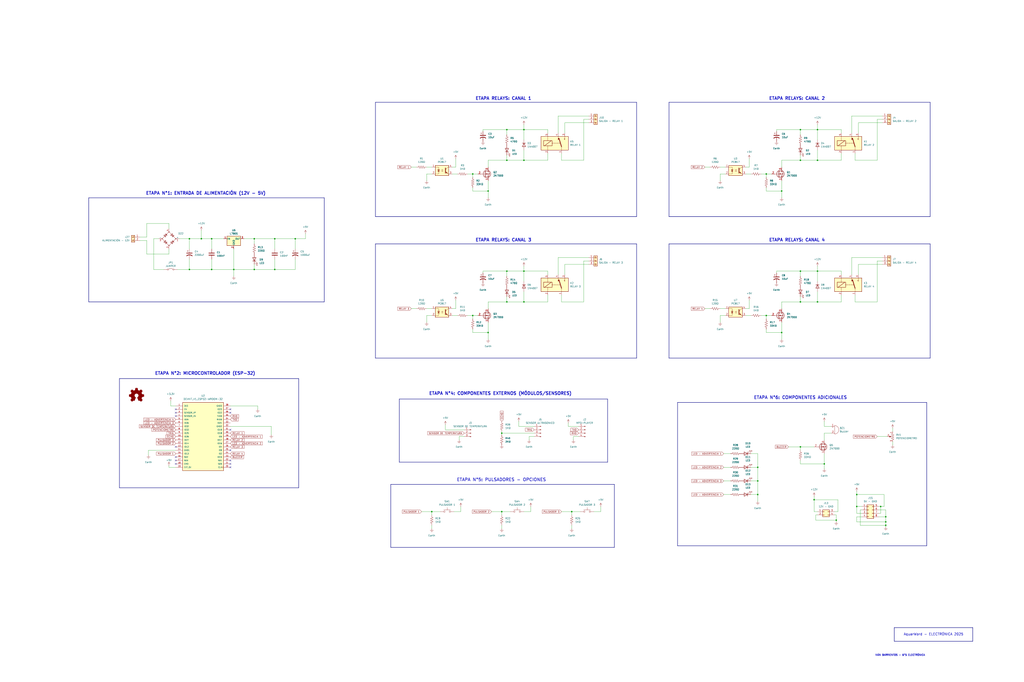
<source format=kicad_sch>
(kicad_sch (version 20231120) (generator "eeschema") (generator_version "8.0")
  (paper "User" 762 508)
  (junction (at 613.41 345.44))
  (junction (at 637.54 368.3))
  (junction (at 595.63 96.52))
  (junction (at 389.89 119.38))
  (junction (at 608.33 224.79))
  (junction (at 655.32 377.19))
  (junction (at 581.66 247.65))
  (junction (at 149.86 177.8))
  (junction (at 595.63 119.38))
  (junction (at 157.48 177.8))
  (junction (at 608.33 119.38))
  (junction (at 140.97 200.66))
  (junction (at 321.31 381))
  (junction (at 563.88 368.3))
  (junction (at 363.22 247.65))
  (junction (at 659.13 391.16))
  (junction (at 389.89 96.52))
  (junction (at 637.54 377.19))
  (junction (at 595.63 201.93))
  (junction (at 351.79 234.95))
  (junction (at 389.89 201.93))
  (junction (at 563.88 347.98))
  (junction (at 595.63 332.74))
  (junction (at 373.38 381))
  (junction (at 204.47 200.66))
  (junction (at 189.23 177.8))
  (junction (at 622.3 387.35))
  (junction (at 570.23 234.95))
  (junction (at 219.71 177.8))
  (junction (at 563.88 358.14))
  (junction (at 377.19 201.93))
  (junction (at 351.79 129.54))
  (junction (at 608.33 96.52))
  (junction (at 608.33 201.93))
  (junction (at 377.19 119.38))
  (junction (at 189.23 200.66))
  (junction (at 595.63 224.79))
  (junction (at 157.48 200.66))
  (junction (at 389.89 224.79))
  (junction (at 425.45 381))
  (junction (at 659.13 388.62))
  (junction (at 377.19 96.52))
  (junction (at 377.19 224.79))
  (junction (at 581.66 142.24))
  (junction (at 570.23 129.54))
  (junction (at 659.13 384.81))
  (junction (at 363.22 142.24))
  (junction (at 173.99 200.66))
  (junction (at 605.79 372.11))
  (junction (at 373.38 322.58))
  (junction (at 204.47 177.8))
  (junction (at 140.97 177.8))
  (no_connect (at 130.81 340.36))
  (no_connect (at 130.81 345.44))
  (no_connect (at 130.81 332.74))
  (no_connect (at 130.81 342.9))
  (no_connect (at 171.45 335.28))
  (no_connect (at 130.81 307.34))
  (no_connect (at 130.81 304.8))
  (no_connect (at 171.45 307.34))
  (no_connect (at 171.45 304.8))
  (no_connect (at 130.81 309.88))
  (no_connect (at 171.45 345.44))
  (no_connect (at 171.45 342.9))
  (no_connect (at 171.45 347.98))
  (no_connect (at 171.45 320.04))
  (wire (pts (xy 535.94 234.95) (xy 539.75 234.95)))
  (wire (pts (xy 377.19 224.79) (xy 389.89 224.79)))
  (wire (pts (xy 570.23 234.95) (xy 574.04 234.95)))
  (wire (pts (xy 554.99 124.46) (xy 557.53 124.46)))
  (wire (pts (xy 173.99 200.66) (xy 189.23 200.66)))
  (wire (pts (xy 563.88 337.82) (xy 563.88 347.98)))
  (wire (pts (xy 407.67 96.52) (xy 407.67 99.06)))
  (wire (pts (xy 570.23 129.54) (xy 574.04 129.54)))
  (wire (pts (xy 359.41 96.52) (xy 359.41 97.79)))
  (wire (pts (xy 336.55 129.54) (xy 340.36 129.54)))
  (wire (pts (xy 659.13 391.16) (xy 659.13 392.43)))
  (wire (pts (xy 407.67 224.79) (xy 407.67 219.71)))
  (wire (pts (xy 336.55 229.87) (xy 339.09 229.87)))
  (wire (pts (xy 524.51 124.46) (xy 528.32 124.46)))
  (wire (pts (xy 389.89 96.52) (xy 407.67 96.52)))
  (bus (pts (xy 665.48 477.52) (xy 665.48 467.36)))
  (wire (pts (xy 621.03 381) (xy 623.57 381)))
  (wire (pts (xy 426.72 327.66) (xy 426.72 325.12)))
  (wire (pts (xy 377.19 96.52) (xy 359.41 96.52)))
  (wire (pts (xy 581.66 142.24) (xy 581.66 147.32)))
  (wire (pts (xy 373.38 321.31) (xy 373.38 322.58)))
  (wire (pts (xy 538.48 347.98) (xy 543.56 347.98)))
  (wire (pts (xy 363.22 247.65) (xy 363.22 252.73)))
  (wire (pts (xy 317.5 129.54) (xy 321.31 129.54)))
  (wire (pts (xy 377.19 96.52) (xy 377.19 100.33)))
  (wire (pts (xy 577.85 96.52) (xy 577.85 97.79)))
  (wire (pts (xy 637.54 368.3) (xy 637.54 377.19)))
  (wire (pts (xy 659.13 379.73) (xy 659.13 384.81)))
  (bus (pts (xy 457.2 407.67) (xy 290.83 407.67)))
  (wire (pts (xy 351.79 234.95) (xy 355.6 234.95)))
  (wire (pts (xy 219.71 200.66) (xy 204.47 200.66)))
  (wire (pts (xy 351.79 234.95) (xy 351.79 237.49)))
  (wire (pts (xy 394.97 381) (xy 389.89 381)))
  (wire (pts (xy 191.77 302.26) (xy 191.77 304.8)))
  (bus (pts (xy 222.25 281.94) (xy 222.25 363.22)))
  (wire (pts (xy 636.27 114.3) (xy 636.27 119.38)))
  (wire (pts (xy 417.83 381) (xy 425.45 381)))
  (wire (pts (xy 140.97 177.8) (xy 149.86 177.8)))
  (wire (pts (xy 109.22 179.07) (xy 109.22 189.23)))
  (bus (pts (xy 689.61 299.72) (xy 689.61 406.4)))
  (wire (pts (xy 342.9 377.19) (xy 342.9 381)))
  (bus (pts (xy 473.71 181.61) (xy 473.71 266.7)))
  (bus (pts (xy 723.9 477.52) (xy 665.48 477.52)))
  (wire (pts (xy 655.32 382.27) (xy 655.32 377.19)))
  (wire (pts (xy 566.42 234.95) (xy 570.23 234.95)))
  (bus (pts (xy 452.12 344.17) (xy 297.18 344.17)))
  (wire (pts (xy 563.88 368.3) (xy 563.88 373.38)))
  (wire (pts (xy 114.3 177.8) (xy 114.3 200.66)))
  (wire (pts (xy 554.99 129.54) (xy 558.8 129.54)))
  (wire (pts (xy 657.86 377.19) (xy 657.86 368.3)))
  (wire (pts (xy 422.91 314.96) (xy 422.91 317.5)))
  (wire (pts (xy 608.33 201.93) (xy 626.11 201.93)))
  (wire (pts (xy 157.48 193.04) (xy 157.48 200.66)))
  (wire (pts (xy 434.34 194.31) (xy 434.34 224.79)))
  (wire (pts (xy 608.33 111.76) (xy 608.33 119.38)))
  (wire (pts (xy 607.06 387.35) (xy 622.3 387.35)))
  (wire (pts (xy 577.85 201.93) (xy 577.85 203.2)))
  (wire (pts (xy 359.41 201.93) (xy 359.41 203.2)))
  (wire (pts (xy 554.99 229.87) (xy 557.53 229.87)))
  (wire (pts (xy 640.08 391.16) (xy 659.13 391.16)))
  (wire (pts (xy 110.49 339.09) (xy 110.49 335.28)))
  (bus (pts (xy 241.3 147.32) (xy 241.3 224.79)))
  (wire (pts (xy 125.73 347.98) (xy 130.81 347.98)))
  (wire (pts (xy 394.97 377.19) (xy 394.97 381)))
  (wire (pts (xy 638.81 196.85) (xy 656.59 196.85)))
  (wire (pts (xy 417.83 224.79) (xy 434.34 224.79)))
  (wire (pts (xy 420.37 204.47) (xy 420.37 196.85)))
  (wire (pts (xy 613.41 327.66) (xy 613.41 322.58)))
  (wire (pts (xy 570.23 234.95) (xy 570.23 237.49)))
  (wire (pts (xy 563.88 358.14) (xy 558.8 358.14)))
  (bus (pts (xy 692.15 161.29) (xy 497.84 161.29)))
  (wire (pts (xy 351.79 139.7) (xy 351.79 142.24)))
  (wire (pts (xy 109.22 176.53) (xy 109.22 166.37)))
  (wire (pts (xy 339.09 124.46) (xy 339.09 118.11)))
  (wire (pts (xy 327.66 381) (xy 321.31 381)))
  (bus (pts (xy 497.84 76.2) (xy 692.15 76.2)))
  (wire (pts (xy 654.05 384.81) (xy 659.13 384.81)))
  (wire (pts (xy 173.99 200.66) (xy 173.99 205.74)))
  (wire (pts (xy 351.79 129.54) (xy 355.6 129.54)))
  (wire (pts (xy 581.66 119.38) (xy 595.63 119.38)))
  (wire (pts (xy 608.33 104.14) (xy 608.33 96.52)))
  (wire (pts (xy 393.7 325.12) (xy 397.51 325.12)))
  (wire (pts (xy 595.63 201.93) (xy 608.33 201.93)))
  (wire (pts (xy 554.99 234.95) (xy 558.8 234.95)))
  (wire (pts (xy 570.23 139.7) (xy 570.23 142.24)))
  (bus (pts (xy 297.18 297.18) (xy 297.18 344.17)))
  (wire (pts (xy 636.27 219.71) (xy 636.27 224.79)))
  (wire (pts (xy 219.71 177.8) (xy 227.33 177.8)))
  (bus (pts (xy 497.84 76.2) (xy 497.84 161.29)))
  (wire (pts (xy 636.27 224.79) (xy 652.78 224.79)))
  (wire (pts (xy 654.05 377.19) (xy 655.32 377.19)))
  (bus (pts (xy 504.19 299.72) (xy 689.61 299.72)))
  (wire (pts (xy 637.54 384.81) (xy 641.35 384.81)))
  (wire (pts (xy 377.19 224.79) (xy 377.19 220.98)))
  (wire (pts (xy 626.11 119.38) (xy 626.11 114.3)))
  (bus (pts (xy 222.25 363.22) (xy 88.9 363.22)))
  (wire (pts (xy 558.8 337.82) (xy 563.88 337.82)))
  (wire (pts (xy 133.35 177.8) (xy 140.97 177.8)))
  (wire (pts (xy 595.63 332.74) (xy 595.63 335.28)))
  (wire (pts (xy 595.63 96.52) (xy 577.85 96.52)))
  (bus (pts (xy 290.83 360.68) (xy 290.83 407.67)))
  (wire (pts (xy 626.11 224.79) (xy 626.11 219.71)))
  (wire (pts (xy 538.48 358.14) (xy 543.56 358.14)))
  (wire (pts (xy 389.89 119.38) (xy 407.67 119.38)))
  (wire (pts (xy 640.08 379.73) (xy 640.08 391.16)))
  (wire (pts (xy 638.81 204.47) (xy 638.81 196.85)))
  (wire (pts (xy 586.74 332.74) (xy 595.63 332.74)))
  (wire (pts (xy 373.38 322.58) (xy 373.38 323.85)))
  (wire (pts (xy 623.57 381) (xy 623.57 372.11)))
  (wire (pts (xy 127 298.45) (xy 127 302.26)))
  (wire (pts (xy 363.22 119.38) (xy 377.19 119.38)))
  (bus (pts (xy 665.48 467.36) (xy 723.9 467.36)))
  (wire (pts (xy 157.48 200.66) (xy 173.99 200.66)))
  (wire (pts (xy 204.47 177.8) (xy 219.71 177.8)))
  (bus (pts (xy 723.9 467.36) (xy 723.9 477.52)))
  (wire (pts (xy 389.89 209.55) (xy 389.89 201.93)))
  (wire (pts (xy 622.3 383.54) (xy 622.3 387.35)))
  (wire (pts (xy 306.07 124.46) (xy 309.88 124.46)))
  (wire (pts (xy 389.89 92.71) (xy 389.89 96.52)))
  (wire (pts (xy 595.63 332.74) (xy 605.79 332.74)))
  (wire (pts (xy 581.66 119.38) (xy 581.66 124.46)))
  (wire (pts (xy 173.99 185.42) (xy 173.99 200.66)))
  (wire (pts (xy 420.37 91.44) (xy 438.15 91.44)))
  (wire (pts (xy 538.48 368.3) (xy 543.56 368.3)))
  (wire (pts (xy 558.8 368.3) (xy 563.88 368.3)))
  (wire (pts (xy 557.53 229.87) (xy 557.53 223.52)))
  (wire (pts (xy 373.38 381) (xy 373.38 383.54)))
  (wire (pts (xy 347.98 129.54) (xy 351.79 129.54)))
  (wire (pts (xy 341.63 327.66) (xy 341.63 325.12)))
  (wire (pts (xy 336.55 124.46) (xy 339.09 124.46)))
  (wire (pts (xy 434.34 194.31) (xy 438.15 194.31)))
  (wire (pts (xy 389.89 224.79) (xy 407.67 224.79)))
  (wire (pts (xy 422.91 317.5) (xy 430.53 317.5)))
  (wire (pts (xy 351.79 245.11) (xy 351.79 247.65)))
  (wire (pts (xy 365.76 381) (xy 373.38 381)))
  (wire (pts (xy 189.23 200.66) (xy 204.47 200.66)))
  (wire (pts (xy 638.81 91.44) (xy 656.59 91.44)))
  (wire (pts (xy 104.14 179.07) (xy 109.22 179.07)))
  (wire (pts (xy 109.22 189.23) (xy 125.73 189.23)))
  (wire (pts (xy 171.45 317.5) (xy 201.93 317.5)))
  (wire (pts (xy 434.34 88.9) (xy 438.15 88.9)))
  (wire (pts (xy 407.67 201.93) (xy 407.67 204.47)))
  (wire (pts (xy 447.04 377.19) (xy 447.04 381)))
  (wire (pts (xy 431.8 381) (xy 425.45 381)))
  (wire (pts (xy 171.45 302.26) (xy 191.77 302.26)))
  (wire (pts (xy 595.63 119.38) (xy 608.33 119.38)))
  (wire (pts (xy 637.54 388.62) (xy 659.13 388.62)))
  (wire (pts (xy 535.94 134.62) (xy 535.94 129.54)))
  (wire (pts (xy 363.22 224.79) (xy 377.19 224.79)))
  (wire (pts (xy 623.57 372.11) (xy 605.79 372.11)))
  (wire (pts (xy 657.86 368.3) (xy 637.54 368.3)))
  (wire (pts (xy 613.41 317.5) (xy 618.49 317.5)))
  (bus (pts (xy 473.71 266.7) (xy 279.4 266.7)))
  (wire (pts (xy 613.41 322.58) (xy 618.49 322.58)))
  (wire (pts (xy 331.47 316.23) (xy 331.47 320.04)))
  (bus (pts (xy 497.84 181.61) (xy 497.84 266.7)))
  (wire (pts (xy 306.07 229.87) (xy 309.88 229.87)))
  (wire (pts (xy 341.63 325.12) (xy 345.44 325.12)))
  (bus (pts (xy 692.15 76.2) (xy 692.15 161.29)))
  (bus (pts (xy 504.19 406.4) (xy 504.19 299.72)))
  (wire (pts (xy 219.71 193.04) (xy 219.71 200.66)))
  (bus (pts (xy 497.84 181.61) (xy 692.15 181.61)))
  (bus (pts (xy 689.61 406.4) (xy 504.19 406.4)))
  (wire (pts (xy 652.78 194.31) (xy 652.78 224.79)))
  (wire (pts (xy 637.54 377.19) (xy 641.35 377.19)))
  (bus (pts (xy 297.18 297.18) (xy 452.12 297.18)))
  (wire (pts (xy 351.79 129.54) (xy 351.79 132.08)))
  (wire (pts (xy 389.89 198.12) (xy 389.89 201.93)))
  (wire (pts (xy 389.89 111.76) (xy 389.89 119.38)))
  (wire (pts (xy 608.33 119.38) (xy 626.11 119.38)))
  (wire (pts (xy 389.89 104.14) (xy 389.89 96.52)))
  (wire (pts (xy 420.37 196.85) (xy 438.15 196.85)))
  (wire (pts (xy 570.23 247.65) (xy 581.66 247.65)))
  (wire (pts (xy 321.31 391.16) (xy 321.31 393.7)))
  (wire (pts (xy 377.19 201.93) (xy 359.41 201.93)))
  (wire (pts (xy 317.5 240.03) (xy 317.5 234.95)))
  (wire (pts (xy 633.73 191.77) (xy 656.59 191.77)))
  (wire (pts (xy 638.81 99.06) (xy 638.81 91.44)))
  (wire (pts (xy 581.66 134.62) (xy 581.66 142.24)))
  (wire (pts (xy 219.71 177.8) (xy 219.71 185.42)))
  (wire (pts (xy 109.22 166.37) (xy 125.73 166.37)))
  (wire (pts (xy 204.47 193.04) (xy 204.47 200.66)))
  (bus (pts (xy 279.4 181.61) (xy 279.4 266.7)))
  (bus (pts (xy 692.15 266.7) (xy 497.84 266.7)))
  (wire (pts (xy 140.97 177.8) (xy 140.97 185.42)))
  (wire (pts (xy 140.97 193.04) (xy 140.97 200.66)))
  (wire (pts (xy 566.42 129.54) (xy 570.23 129.54)))
  (wire (pts (xy 201.93 317.5) (xy 201.93 323.85)))
  (wire (pts (xy 654.05 382.27) (xy 655.32 382.27)))
  (wire (pts (xy 608.33 224.79) (xy 626.11 224.79)))
  (wire (pts (xy 189.23 177.8) (xy 189.23 181.61)))
  (wire (pts (xy 363.22 119.38) (xy 363.22 124.46)))
  (wire (pts (xy 595.63 224.79) (xy 608.33 224.79)))
  (wire (pts (xy 415.29 86.36) (xy 438.15 86.36)))
  (wire (pts (xy 654.05 379.73) (xy 659.13 379.73)))
  (wire (pts (xy 637.54 365.76) (xy 637.54 368.3)))
  (wire (pts (xy 595.63 201.93) (xy 595.63 205.74)))
  (wire (pts (xy 535.94 124.46) (xy 539.75 124.46)))
  (wire (pts (xy 415.29 204.47) (xy 415.29 191.77)))
  (wire (pts (xy 608.33 217.17) (xy 608.33 224.79)))
  (wire (pts (xy 393.7 327.66) (xy 393.7 325.12)))
  (wire (pts (xy 538.48 337.82) (xy 543.56 337.82)))
  (wire (pts (xy 118.11 177.8) (xy 114.3 177.8)))
  (wire (pts (xy 626.11 201.93) (xy 626.11 204.47)))
  (wire (pts (xy 417.83 219.71) (xy 417.83 224.79)))
  (wire (pts (xy 633.73 86.36) (xy 656.59 86.36)))
  (wire (pts (xy 595.63 96.52) (xy 608.33 96.52)))
  (wire (pts (xy 189.23 177.8) (xy 204.47 177.8)))
  (wire (pts (xy 608.33 209.55) (xy 608.33 201.93)))
  (wire (pts (xy 181.61 177.8) (xy 189.23 177.8)))
  (wire (pts (xy 595.63 96.52) (xy 595.63 100.33)))
  (wire (pts (xy 563.88 347.98) (xy 558.8 347.98)))
  (wire (pts (xy 581.66 224.79) (xy 581.66 229.87)))
  (wire (pts (xy 317.5 134.62) (xy 317.5 129.54)))
  (wire (pts (xy 425.45 391.16) (xy 425.45 393.7)))
  (wire (pts (xy 613.41 337.82) (xy 613.41 345.44)))
  (bus (pts (xy 241.3 224.79) (xy 66.04 224.79)))
  (wire (pts (xy 407.67 119.38) (xy 407.67 114.3)))
  (wire (pts (xy 581.66 240.03) (xy 581.66 247.65)))
  (wire (pts (xy 363.22 142.24) (xy 363.22 147.32)))
  (wire (pts (xy 652.78 88.9) (xy 656.59 88.9)))
  (wire (pts (xy 570.23 245.11) (xy 570.23 247.65)))
  (wire (pts (xy 608.33 383.54) (xy 607.06 383.54)))
  (wire (pts (xy 386.08 317.5) (xy 397.51 317.5)))
  (wire (pts (xy 608.33 92.71) (xy 608.33 96.52)))
  (wire (pts (xy 535.94 129.54) (xy 539.75 129.54)))
  (wire (pts (xy 189.23 196.85) (xy 189.23 200.66)))
  (wire (pts (xy 605.79 372.11) (xy 605.79 381)))
  (wire (pts (xy 595.63 119.38) (xy 595.63 115.57)))
  (wire (pts (xy 132.08 200.66) (xy 140.97 200.66)))
  (wire (pts (xy 524.51 229.87) (xy 528.32 229.87)))
  (wire (pts (xy 652.78 325.12) (xy 660.4 325.12)))
  (wire (pts (xy 447.04 381) (xy 441.96 381)))
  (wire (pts (xy 351.79 247.65) (xy 363.22 247.65)))
  (wire (pts (xy 637.54 384.81) (xy 637.54 388.62)))
  (wire (pts (xy 379.73 381) (xy 373.38 381)))
  (wire (pts (xy 363.22 224.79) (xy 363.22 229.87)))
  (wire (pts (xy 622.3 387.35) (xy 622.3 388.62)))
  (wire (pts (xy 342.9 381) (xy 337.82 381)))
  (wire (pts (xy 417.83 119.38) (xy 434.34 119.38)))
  (wire (pts (xy 415.29 191.77) (xy 438.15 191.77)))
  (bus (pts (xy 279.4 76.2) (xy 279.4 161.29)))
  (wire (pts (xy 652.78 194.31) (xy 656.59 194.31)))
  (wire (pts (xy 317.5 124.46) (xy 321.31 124.46)))
  (wire (pts (xy 637.54 382.27) (xy 641.35 382.27)))
  (wire (pts (xy 608.33 198.12) (xy 608.33 201.93)))
  (wire (pts (xy 377.19 201.93) (xy 377.19 205.74)))
  (wire (pts (xy 640.08 379.73) (xy 641.35 379.73)))
  (wire (pts (xy 420.37 99.06) (xy 420.37 91.44)))
  (wire (pts (xy 426.72 325.12) (xy 430.53 325.12)))
  (wire (pts (xy 417.83 114.3) (xy 417.83 119.38)))
  (wire (pts (xy 125.73 346.71) (xy 125.73 347.98)))
  (bus (pts (xy 66.04 147.32) (xy 66.04 224.79)))
  (wire (pts (xy 373.38 322.58) (xy 397.51 322.58)))
  (wire (pts (xy 389.89 201.93) (xy 407.67 201.93)))
  (wire (pts (xy 377.19 119.38) (xy 377.19 115.57)))
  (wire (pts (xy 157.48 177.8) (xy 157.48 185.42)))
  (wire (pts (xy 659.13 388.62) (xy 659.13 391.16)))
  (wire (pts (xy 149.86 171.45) (xy 149.86 177.8)))
  (wire (pts (xy 114.3 200.66) (xy 121.92 200.66)))
  (wire (pts (xy 425.45 381) (xy 425.45 383.54)))
  (wire (pts (xy 633.73 204.47) (xy 633.73 191.77)))
  (wire (pts (xy 595.63 342.9) (xy 595.63 345.44)))
  (wire (pts (xy 140.97 200.66) (xy 157.48 200.66)))
  (wire (pts (xy 595.63 201.93) (xy 577.85 201.93)))
  (wire (pts (xy 664.21 318.77) (xy 664.21 321.31)))
  (wire (pts (xy 373.38 391.16) (xy 373.38 393.7)))
  (bus (pts (xy 473.71 161.29) (xy 279.4 161.29)))
  (bus (pts (xy 692.15 181.61) (xy 692.15 266.7)))
  (wire (pts (xy 557.53 124.46) (xy 557.53 118.11)))
  (wire (pts (xy 655.32 377.19) (xy 657.86 377.19)))
  (wire (pts (xy 570.23 142.24) (xy 581.66 142.24)))
  (wire (pts (xy 313.69 381) (xy 321.31 381)))
  (bus (pts (xy 290.83 360.68) (xy 457.2 360.68)))
  (wire (pts (xy 570.23 129.54) (xy 570.23 132.08)))
  (wire (pts (xy 621.03 383.54) (xy 622.3 383.54)))
  (wire (pts (xy 157.48 177.8) (xy 166.37 177.8)))
  (wire (pts (xy 535.94 240.03) (xy 535.94 234.95)))
  (wire (pts (xy 415.29 99.06) (xy 415.29 86.36)))
  (wire (pts (xy 351.79 142.24) (xy 363.22 142.24)))
  (wire (pts (xy 434.34 88.9) (xy 434.34 119.38)))
  (wire (pts (xy 347.98 234.95) (xy 351.79 234.95)))
  (wire (pts (xy 595.63 224.79) (xy 595.63 220.98)))
  (wire (pts (xy 317.5 234.95) (xy 321.31 234.95)))
  (wire (pts (xy 595.63 345.44) (xy 613.41 345.44)))
  (wire (pts (xy 363.22 240.03) (xy 363.22 247.65)))
  (wire (pts (xy 331.47 320.04) (xy 345.44 320.04)))
  (wire (pts (xy 637.54 377.19) (xy 637.54 382.27)))
  (wire (pts (xy 563.88 347.98) (xy 563.88 358.14)))
  (wire (pts (xy 563.88 358.14) (xy 563.88 368.3)))
  (wire (pts (xy 204.47 177.8) (xy 204.47 185.42)))
  (wire (pts (xy 581.66 247.65) (xy 581.66 252.73)))
  (wire (pts (xy 125.73 189.23) (xy 125.73 185.42)))
  (wire (pts (xy 377.19 201.93) (xy 389.89 201.93)))
  (wire (pts (xy 149.86 177.8) (xy 157.48 177.8)))
  (wire (pts (xy 664.21 328.93) (xy 664.21 331.47)))
  (wire (pts (xy 535.94 229.87) (xy 539.75 229.87)))
  (wire (pts (xy 321.31 381) (xy 321.31 383.54)))
  (wire (pts (xy 339.09 229.87) (xy 339.09 223.52)))
  (wire (pts (xy 317.5 229.87) (xy 321.31 229.87)))
  (bus (pts (xy 88.9 281.94) (xy 222.25 281.94)))
  (wire (pts (xy 652.78 88.9) (xy 652.78 119.38)))
  (wire (pts (xy 336.55 234.95) (xy 340.36 234.95)))
  (wire (pts (xy 613.41 345.44) (xy 613.41 349.25)))
  (wire (pts (xy 608.33 96.52) (xy 626.11 96.52)))
  (bus (pts (xy 473.71 76.2) (xy 473.71 161.29)))
  (wire (pts (xy 125.73 166.37) (xy 125.73 170.18)))
  (wire (pts (xy 110.49 335.28) (xy 130.81 335.28)))
  (wire (pts (xy 581.66 224.79) (xy 595.63 224.79)))
  (bus (pts (xy 452.12 297.18) (xy 452.12 344.17)))
  (wire (pts (xy 377.19 96.52) (xy 389.89 96.52)))
  (bus (pts (xy 279.4 181.61) (xy 473.71 181.61)))
  (wire (pts (xy 659.13 384.81) (xy 659.13 388.62)))
  (wire (pts (xy 633.73 99.06) (xy 633.73 86.36)))
  (wire (pts (xy 636.27 119.38) (xy 652.78 119.38)))
  (bus (pts (xy 279.4 76.2) (xy 473.71 76.2)))
  (wire (pts (xy 613.41 313.69) (xy 613.41 317.5)))
  (wire (pts (xy 626.11 96.52) (xy 626.11 99.06)))
  (wire (pts (xy 127 302.26) (xy 130.81 302.26)))
  (bus (pts (xy 88.9 281.94) (xy 88.9 363.22)))
  (bus (pts (xy 457.2 360.68) (xy 457.2 407.67)))
  (wire (pts (xy 363.22 134.62) (xy 363.22 142.24)))
  (wire (pts (xy 605.79 381) (xy 608.33 381)))
  (wire (pts (xy 607.06 383.54) (xy 607.06 387.35)))
  (wire (pts (xy 386.08 313.69) (xy 386.08 317.5)))
  (wire (pts (xy 377.19 119.38) (xy 389.89 119.38)))
  (wire (pts (xy 227.33 177.8) (xy 227.33 173.99)))
  (bus (pts (xy 66.04 147.32) (xy 241.3 147.32)))
  (wire (pts (xy 389.89 217.17) (xy 389.89 224.79)))
  (wire (pts (xy 605.79 369.57) (xy 605.79 372.11)))
  (wire (pts (xy 104.14 176.53) (xy 109.22 176.53)))
  (text "ETAPA RELAYS: CANAL 3" (at 374.65 178.816 0) (effects (font (size 2.286 2.286) (thickness 0.4064) (bold yes))))
  (text "ETAPA RELAYS: CANAL 2" (at 593.09 73.406 0) (effects (font (size 2.286 2.286) (thickness 0.4064) (bold yes))))
  (text "ETAPA N°5: PULSADORES - OPCIONES\n" (at 373.126 357.378 0) (effects (font (size 2.286 2.286) (thickness 0.3048) (bold yes))))
  (text "ETAPA N°1: ENTRADA DE ALIMENTACIÓN (12V - 5V)\n" (at 153.162 144.018 0) (effects (font (size 2.286 2.286) (thickness 0.4064) (bold yes))))
  (text "AquarWord - ELECTRÓNICA 2025" (at 694.69 472.44 0) (effects (font (size 1.778 1.778) (thickness 0.2223))))
  (text "ETAPA RELAYS: CANAL 1" (at 374.65 73.406 0) (effects (font (size 2.286 2.286) (thickness 0.4064) (bold yes))))
  (text "ETAPA RELAYS: CANAL 4" (at 593.09 178.816 0) (effects (font (size 2.286 2.286) (thickness 0.4064) (bold yes))))
  (text "IVÁN BARRIENTOS - 6°5 ELECTRÓNICA" (at 669.798 487.934 0) (effects (font (size 1.27 1.27) (thickness 0.254) (bold yes))))
  (text "ETAPA N°2: MICROCONTROLADOR (ESP-32)\n" (at 152.654 278.13 0) (effects (font (size 2.286 2.286) (thickness 0.4064) (bold yes))))
  (text "ETAPA N°4: COMPONENTES EXTERNOS (MÓDULOS/SENSORES)\n" (at 372.364 293.116 0) (effects (font (size 2.286 2.286) (thickness 0.4064) (bold yes))))
  (text "ETAPA N°6: COMPONENTES ADICIONALES\n" (at 595.63 296.164 0) (effects (font (size 2.286 2.286) (thickness 0.3556) (bold yes))))
  (global_label "PULSADOR 1" (shape input) (at 313.69 381 180) (property "Intersheetrefs" "${INTERSHEET_REFS}" (effects (hide yes))))
  (global_label "LED - ADVERTENCIA 1" (shape input) (at 171.45 325.12 0) (property "Intersheetrefs" "${INTERSHEET_REFS}" (effects (hide yes))))
  (global_label "PULSADOR 2" (shape input) (at 130.81 330.2 180) (property "Intersheetrefs" "${INTERSHEET_REFS}" (effects (hide yes))))
  (global_label "LED - ADVERTENCIA 1" (shape input) (at 538.48 337.82 180) (property "Intersheetrefs" "${INTERSHEET_REFS}" (effects (hide yes))))
  (global_label "TX0" (shape input) (at 171.45 312.42 0) (property "Intersheetrefs" "${INTERSHEET_REFS}" (effects (hide yes))))
  (global_label "ECHO" (shape input) (at 130.81 325.12 180) (property "Intersheetrefs" "${INTERSHEET_REFS}" (effects (hide yes))))
  (global_label "LED - ADVERTENCIA 2" (shape input) (at 538.48 347.98 180) (property "Intersheetrefs" "${INTERSHEET_REFS}" (effects (hide yes))))
  (global_label "TX0" (shape input) (at 430.53 320.04 180) (property "Intersheetrefs" "${INTERSHEET_REFS}" (effects (hide yes))))
  (global_label "LED - ADVERTENCIA 3" (shape input) (at 538.48 358.14 180) (property "Intersheetrefs" "${INTERSHEET_REFS}" (effects (hide yes))))
  (global_label "RX0" (shape input) (at 430.53 322.58 180) (property "Intersheetrefs" "${INTERSHEET_REFS}" (effects (hide yes))))
  (global_label "BUZZER" (shape input) (at 171.45 340.36 0) (property "Intersheetrefs" "${INTERSHEET_REFS}" (effects (hide yes))))
  (global_label "RELAY 4" (shape input) (at 524.51 229.87 180) (property "Intersheetrefs" "${INTERSHEET_REFS}" (effects (hide yes))))
  (global_label "PULSADOR 1" (shape input) (at 130.81 337.82 180) (property "Intersheetrefs" "${INTERSHEET_REFS}" (effects (hide yes))))
  (global_label "POTENCIOMETRO" (shape input) (at 130.81 320.04 180) (property "Intersheetrefs" "${INTERSHEET_REFS}" (effects (hide yes))))
  (global_label "BUZZER" (shape input) (at 586.74 332.74 180) (property "Intersheetrefs" "${INTERSHEET_REFS}" (effects (hide yes))))
  (global_label "LED - ADVERTENCIA 2" (shape input) (at 171.45 330.2 0) (property "Intersheetrefs" "${INTERSHEET_REFS}" (effects (hide yes))))
  (global_label "LED - ADVERTENCIA 3" (shape input) (at 130.81 314.96 180) (property "Intersheetrefs" "${INTERSHEET_REFS}" (effects (hide yes))))
  (global_label "RELAY 2" (shape input) (at 171.45 327.66 0) (property "Intersheetrefs" "${INTERSHEET_REFS}" (effects (hide yes))))
  (global_label "RELAY 4" (shape input) (at 171.45 337.82 0) (property "Intersheetrefs" "${INTERSHEET_REFS}" (effects (hide yes))))
  (global_label "RELAY 2" (shape input) (at 524.51 124.46 180) (property "Intersheetrefs" "${INTERSHEET_REFS}" (effects (hide yes))))
  (global_label "RELAY 3" (shape input) (at 171.45 332.74 0) (property "Intersheetrefs" "${INTERSHEET_REFS}" (effects (hide yes))))
  (global_label "RELAY 1" (shape input) (at 171.45 322.58 0) (property "Intersheetrefs" "${INTERSHEET_REFS}" (effects (hide yes))))
  (global_label "TRIG" (shape input) (at 130.81 322.58 180) (property "Intersheetrefs" "${INTERSHEET_REFS}" (effects (hide yes))))
  (global_label "RELAY 1" (shape input) (at 306.07 124.46 180) (property "Intersheetrefs" "${INTERSHEET_REFS}" (effects (hide yes))))
  (global_label "PULSADOR 2" (shape input) (at 365.76 381 180) (property "Intersheetrefs" "${INTERSHEET_REFS}" (effects (hide yes))))
  (global_label "POTENCIOMETRO" (shape input) (at 652.78 325.12 180) (property "Intersheetrefs" "${INTERSHEET_REFS}" (effects (hide yes))))
  (global_label "LED - ADVERTENCIA 4" (shape input) (at 538.48 368.3 180) (property "Intersheetrefs" "${INTERSHEET_REFS}" (effects (hide yes))))
  (global_label "PULSADOR 3" (shape input) (at 130.81 327.66 180) (property "Intersheetrefs" "${INTERSHEET_REFS}" (effects (hide yes))))
  (global_label "LED - ADVERTENCIA 4" (shape input) (at 130.81 312.42 180) (property "Intersheetrefs" "${INTERSHEET_REFS}" (effects (hide yes))))
  (global_label "TRIG" (shape input) (at 397.51 320.04 180) (property "Intersheetrefs" "${INTERSHEET_REFS}" (effects (hide yes))))
  (global_label "SENSOR DE TEMPERATURA" (shape input) (at 345.44 322.58 180) (property "Intersheetrefs" "${INTERSHEET_REFS}" (effects (hide yes))))
  (global_label "RX0" (shape input) (at 171.45 309.88 0) (property "Intersheetrefs" "${INTERSHEET_REFS}" (effects (hide yes))))
  (global_label "PULSADOR 3" (shape input) (at 417.83 381 180) (property "Intersheetrefs" "${INTERSHEET_REFS}" (effects (hide yes))))
  (global_label "RELAY 3" (shape input) (at 306.07 229.87 180) (property "Intersheetrefs" "${INTERSHEET_REFS}" (effects (hide yes))))
  (global_label "SENSOR DE TEMPERATURA" (shape input) (at 130.81 317.5 180) (property "Intersheetrefs" "${INTERSHEET_REFS}" (effects (hide yes))))
  (global_label "ECHO" (shape input) (at 373.38 313.69 90) (property "Intersheetrefs" "${INTERSHEET_REFS}" (effects (hide yes))))
  (symbol (lib_id "Transistor_FET:2N7000") (at 610.87 332.74 0) (unit 1)
    (property "Reference" "Q5" (at 617.22 331.4699 0) (effects (justify left)))
    (property "Value" "2N7000" (at 617.22 334.0099 0) (effects (justify left)))
    (property "Footprint" "Package_TO_SOT_SMD:SOT-23" (effects (hide yes)))
    (property "Datasheet" "https://www.vishay.com/docs/70226/70226.pdf" (effects (hide yes)))
    (property "Description" "0.2A Id, 200V Vds, N-Channel MOSFET, 2.6V Logic Level, TO-92" (effects (hide yes)))
  )
  (symbol (lib_id "Device:LED") (at 595.63 217.17 90) (unit 1)
    (property "Reference" "D7" (at 599.44 217.4874 90) (effects (justify right)))
    (property "Value" "LED" (at 599.44 220.0274 90) (effects (justify right)))
    (property "Footprint" "LED_SMD:LED_0805_2012Metric" (effects (hide yes)))
    (property "Description" "Light emitting diode" (effects (hide yes)))
  )
  (symbol (lib_id "Connector:Screw_Terminal_01x03") (at 443.23 88.9 0) (unit 1)
    (property "Reference" "J10" (at 445.77 87.6299 0) (effects (justify left)))
    (property "Value" "SALIDA - RELAY 1" (at 445.77 90.1699 0) (effects (justify left)))
    (property "Footprint" "TerminalBlock:TerminalBlock_bornier-3_P5.08mm" (effects (hide yes)))
    (property "Description" "Generic screw terminal, single row, 01x03, script generated (kicad-library-utils/schlib/autogen/connector/)" (effects (hide yes)))
  )
  (symbol (lib_id "Connector_Generic:Conn_02x04_Top_Bottom") (at 646.43 379.73 0) (unit 1)
    (property "Reference" "J15" (at 647.7 370.84 0))
    (property "Value" "5V - GND" (at 647.7 373.38 0))
    (property "Footprint" "Connector_PinHeader_2.54mm:PinHeader_2x04_P2.54mm_Vertical" (effects (hide yes)))
    (property "Description" "Generic connector, double row, 02x04, top/bottom pin numbering scheme (row 1: 1...pins_per_row, row2: pins_per_row+1 ... num_pins), script generated (kicad-library-utils/schlib/autogen/connector/)" (effects (hide yes)))
  )
  (symbol (lib_id "power:Earth") (at 393.7 327.66 0) (unit 1)
    (property "Reference" "#PWR077" (effects (hide yes)))
    (property "Value" "Earth" (at 393.7 332.74 0))
    (property "Description" "Power symbol creates a global label with name \"Earth\"" (effects (hide yes)))
  )
  (symbol (lib_id "power:Earth") (at 341.63 327.66 0) (unit 1)
    (property "Reference" "#PWR074" (effects (hide yes)))
    (property "Value" "Earth" (at 341.63 332.74 0))
    (property "Description" "Power symbol creates a global label with name \"Earth\"" (effects (hide yes)))
  )
  (symbol (lib_id "power:Earth") (at 577.85 105.41 0) (unit 1)
    (property "Reference" "#PWR08" (effects (hide yes)))
    (property "Value" "Earth" (at 577.85 110.49 0))
    (property "Description" "Power symbol creates a global label with name \"Earth\"" (effects (hide yes)))
  )
  (symbol (lib_id "power:Earth") (at 659.13 392.43 0) (unit 1)
    (property "Reference" "#PWR033" (effects (hide yes)))
    (property "Value" "Earth" (at 659.13 397.51 0))
    (property "Description" "Power symbol creates a global label with name \"Earth\"" (effects (hide yes)))
  )
  (symbol (lib_id "Device:R_US") (at 547.37 337.82 270) (unit 1)
    (property "Reference" "R28" (at 547.37 331.47 90))
    (property "Value" "220Ω" (at 547.37 334.01 90))
    (property "Footprint" "Resistor_SMD:R_0805_2012Metric" (effects (hide yes)))
    (property "Description" "Resistor, US symbol" (effects (hide yes)))
  )
  (symbol (lib_id "Device:C_Polarized_US") (at 140.97 189.23 0) (unit 1)
    (property "Reference" "C4" (at 144.78 187.3249 0) (effects (justify left)))
    (property "Value" "2200uF" (at 144.78 189.8649 0) (effects (justify left)))
    (property "Footprint" "Capacitor_SMD:CP_Elec_10x10.5" (effects (hide yes)))
    (property "Description" "Polarized capacitor, US symbol" (effects (hide yes)))
  )
  (symbol (lib_id "power:+5V") (at 557.53 223.52 0) (unit 1)
    (property "Reference" "#PWR017" (effects (hide yes)))
    (property "Value" "+5V" (at 557.53 218.44 0))
    (property "Description" "Power symbol creates a global label with name \"+5V\"" (effects (hide yes)))
  )
  (symbol (lib_id "power:+5V") (at 339.09 223.52 0) (unit 1)
    (property "Reference" "#PWR034" (effects (hide yes)))
    (property "Value" "+5V" (at 339.09 218.44 0))
    (property "Description" "Power symbol creates a global label with name \"+5V\"" (effects (hide yes)))
  )
  (symbol (lib_id "power:+5V") (at 637.54 365.76 0) (unit 1)
    (property "Reference" "#PWR036" (effects (hide yes)))
    (property "Value" "+5V" (at 637.54 360.68 0))
    (property "Description" "Power symbol creates a global label with name \"+5V\"" (effects (hide yes)))
  )
  (symbol (lib_id "Connector:Screw_Terminal_01x03") (at 661.67 88.9 0) (unit 1)
    (property "Reference" "J4" (at 664.21 87.6299 0) (effects (justify left)))
    (property "Value" "SALIDA - RELAY 2" (at 664.21 90.1699 0) (effects (justify left)))
    (property "Footprint" "TerminalBlock:TerminalBlock_bornier-3_P5.08mm" (effects (hide yes)))
    (property "Description" "Generic screw terminal, single row, 01x03, script generated (kicad-library-utils/schlib/autogen/connector/)" (effects (hide yes)))
  )
  (symbol (lib_id "Device:LED") (at 377.19 217.17 90) (unit 1)
    (property "Reference" "D5" (at 381 217.4874 90) (effects (justify right)))
    (property "Value" "LED" (at 381 220.0274 90) (effects (justify right)))
    (property "Footprint" "LED_SMD:LED_0805_2012Metric" (effects (hide yes)))
    (property "Description" "Light emitting diode" (effects (hide yes)))
  )
  (symbol (lib_id "Transistor_FET:2N7000") (at 579.12 129.54 0) (unit 1)
    (property "Reference" "Q1" (at 585.47 128.2699 0) (effects (justify left)))
    (property "Value" "2N7000" (at 585.47 130.8099 0) (effects (justify left)))
    (property "Footprint" "Package_TO_SOT_SMD:SOT-23" (effects (hide yes)))
    (property "Datasheet" "https://www.vishay.com/docs/70226/70226.pdf" (effects (hide yes)))
    (property "Description" "0.2A Id, 200V Vds, N-Channel MOSFET, 2.6V Logic Level, TO-92" (effects (hide yes)))
  )
  (symbol (lib_id "Device:R_US") (at 547.37 347.98 270) (unit 1)
    (property "Reference" "R29" (at 547.37 341.63 90))
    (property "Value" "220Ω" (at 547.37 344.17 90))
    (property "Footprint" "Resistor_SMD:R_0805_2012Metric" (effects (hide yes)))
    (property "Description" "Resistor, US symbol" (effects (hide yes)))
  )
  (symbol (lib_id "Device:C_Polarized_US") (at 359.41 207.01 0) (unit 1)
    (property "Reference" "C7" (at 363.22 205.1049 0) (effects (justify left)))
    (property "Value" "10uF" (at 363.22 207.6449 0) (effects (justify left)))
    (property "Footprint" "Capacitor_SMD:CP_Elec_6.3x5.4" (effects (hide yes)))
    (property "Description" "Polarized capacitor, US symbol" (effects (hide yes)))
  )
  (symbol (lib_id "power:+12V") (at 608.33 92.71 0) (unit 1)
    (property "Reference" "#PWR010" (effects (hide yes)))
    (property "Value" "+12V" (at 608.33 87.63 0))
    (property "Description" "Power symbol creates a global label with name \"+12V\"" (effects (hide yes)))
  )
  (symbol (lib_id "power:+12V") (at 389.89 92.71 0) (unit 1)
    (property "Reference" "#PWR07" (effects (hide yes)))
    (property "Value" "+12V" (at 389.89 87.63 0))
    (property "Description" "Power symbol creates a global label with name \"+12V\"" (effects (hide yes)))
  )
  (symbol (lib_id "Device:R_US") (at 570.23 135.89 180) (unit 1)
    (property "Reference" "R8" (at 572.77 134.6199 0) (effects (justify right)))
    (property "Value" "33KΩ" (at 572.77 137.1599 0) (effects (justify right)))
    (property "Footprint" "Resistor_SMD:R_0805_2012Metric" (effects (hide yes)))
    (property "Description" "Resistor, US symbol" (effects (hide yes)))
  )
  (symbol (lib_id "Device:R_US") (at 595.63 209.55 0) (unit 1)
    (property "Reference" "R18" (at 598.17 208.2799 0) (effects (justify left)))
    (property "Value" "470Ω" (at 598.17 210.8199 0) (effects (justify left)))
    (property "Footprint" "Resistor_SMD:R_0805_2012Metric" (effects (hide yes)))
    (property "Description" "Resistor, US symbol" (effects (hide yes)))
  )
  (symbol (lib_id "power:Earth") (at 426.72 327.66 0) (unit 1)
    (property "Reference" "#PWR039" (effects (hide yes)))
    (property "Value" "Earth" (at 426.72 332.74 0))
    (property "Description" "Power symbol creates a global label with name \"Earth\"" (effects (hide yes)))
  )
  (symbol (lib_id "Device:Buzzer") (at 621.03 320.04 0) (unit 1)
    (property "Reference" "BZ1" (at 624.84 318.7699 0) (effects (justify left)))
    (property "Value" "Buzzer" (at 624.84 321.3099 0) (effects (justify left)))
    (property "Footprint" "Buzzer_Beeper:MagneticBuzzer_ProSignal_ABT-410-RC" (effects (hide yes)))
    (property "Description" "Buzzer, polarized" (effects (hide yes)))
  )
  (symbol (lib_id "Connector:Conn_01x03_Pin") (at 350.52 322.58 0) (mirror y) (unit 1)
    (property "Reference" "J3" (at 349.885 314.96 0))
    (property "Value" "SENSOR DE TEMPERATURA" (at 349.885 317.5 0))
    (property "Footprint" "Connector_JST:JST_XH_B3B-XH-A_1x03_P2.50mm_Vertical" (effects (hide yes)))
    (property "Description" "Generic connector, single row, 01x03, script generated" (effects (hide yes)))
  )
  (symbol (lib_id "Isolator:PC817") (at 328.93 232.41 0) (unit 1)
    (property "Reference" "U5" (at 328.93 223.52 0))
    (property "Value" "PC817" (at 328.93 226.06 0))
    (property "Footprint" "Package_SO:SO-4_4.4x4.3mm_P2.54mm" (effects (hide yes)))
    (property "Datasheet" "http://www.soselectronic.cz/a_info/resource/d/pc817.pdf" (effects (hide yes)))
    (property "Description" "DC Optocoupler, Vce 35V, CTR 50-300%, DIP-4" (effects (hide yes)))
  )
  (symbol (lib_id "power:Earth") (at 359.41 210.82 0) (unit 1)
    (property "Reference" "#PWR013" (effects (hide yes)))
    (property "Value" "Earth" (at 359.41 215.9 0))
    (property "Description" "Power symbol creates a global label with name \"Earth\"" (effects (hide yes)))
  )
  (symbol (lib_id "power:+5V") (at 342.9 377.19 0) (unit 1)
    (property "Reference" "#PWR031" (effects (hide yes)))
    (property "Value" "+5V" (at 342.9 372.11 0))
    (property "Description" "Power symbol creates a global label with name \"+5V\"" (effects (hide yes)))
  )
  (symbol (lib_id "power:Earth") (at 581.66 147.32 0) (unit 1)
    (property "Reference" "#PWR09" (effects (hide yes)))
    (property "Value" "Earth" (at 581.66 152.4 0))
    (property "Description" "Power symbol creates a global label with name \"Earth\"" (effects (hide yes)))
  )
  (symbol (lib_id "power:+5V") (at 227.33 173.99 0) (unit 1)
    (property "Reference" "#PWR027" (effects (hide yes)))
    (property "Value" "+5V" (at 227.33 168.91 0))
    (property "Description" "Power symbol creates a global label with name \"+5V\"" (effects (hide yes)))
  )
  (symbol (lib_id "Device:LED") (at 554.99 337.82 180) (unit 1)
    (property "Reference" "D10" (at 556.5775 330.2 0))
    (property "Value" "LED" (at 556.5775 332.74 0))
    (property "Footprint" "Connector_JST:JST_XH_B2B-XH-A_1x02_P2.50mm_Vertical" (effects (hide yes)))
    (property "Description" "Light emitting diode" (effects (hide yes)))
  )
  (symbol (lib_id "Device:C_Polarized_US") (at 219.71 189.23 0) (unit 1)
    (property "Reference" "C5" (at 223.52 187.3249 0) (effects (justify left)))
    (property "Value" "1000uF" (at 223.52 189.8649 0) (effects (justify left)))
    (property "Footprint" "Capacitor_SMD:CP_Elec_8x10.5" (effects (hide yes)))
    (property "Description" "Polarized capacitor, US symbol" (effects (hide yes)))
  )
  (symbol (lib_id "Device:R_US") (at 313.69 229.87 270) (unit 1)
    (property "Reference" "R10" (at 313.69 223.52 90))
    (property "Value" "120Ω" (at 313.69 226.06 90))
    (property "Footprint" "Resistor_SMD:R_0805_2012Metric" (effects (hide yes)))
    (property "Description" "Resistor, US symbol" (effects (hide yes)))
  )
  (symbol (lib_id "Device:R_US") (at 570.23 241.3 180) (unit 1)
    (property "Reference" "R17" (at 572.77 240.0299 0) (effects (justify right)))
    (property "Value" "33KΩ" (at 572.77 242.5699 0) (effects (justify right)))
    (property "Footprint" "Resistor_SMD:R_0805_2012Metric" (effects (hide yes)))
    (property "Description" "Resistor, US symbol" (effects (hide yes)))
  )
  (symbol (lib_id "power:+5V") (at 557.53 118.11 0) (unit 1)
    (property "Reference" "#PWR012" (effects (hide yes)))
    (property "Value" "+5V" (at 557.53 113.03 0))
    (property "Description" "Power symbol creates a global label with name \"+5V\"" (effects (hide yes)))
  )
  (symbol (lib_id "Relay:SANYOU_SRD_Form_C") (at 412.75 212.09 0) (unit 1)
    (property "Reference" "K2" (at 424.18 210.8199 0) (effects (justify left)))
    (property "Value" "RELAY 3" (at 424.18 213.3599 0) (effects (justify left)))
    (property "Footprint" "Relay_THT:Relay_SPDT_SANYOU_SRD_Series_Form_C" (effects (hide yes)))
    (property "Datasheet" "http://www.sanyourelay.ca/public/products/pdf/SRD.pdf" (effects (hide yes)))
    (property "Description" "Sanyo SRD relay, Single Pole Miniature Power Relay," (effects (hide yes)))
  )
  (symbol (lib_id "Device:R_US") (at 373.38 317.5 0) (unit 1)
    (property "Reference" "R39" (at 375.92 316.2299 0) (effects (justify left)))
    (property "Value" "1KΩ" (at 375.92 318.7699 0) (effects (justify left)))
    (property "Footprint" "Resistor_SMD:R_0805_2012Metric" (effects (hide yes)))
  )
  (symbol (lib_id "Switch:SW_Push") (at 332.74 381 0) (unit 1)
    (property "Reference" "SW1" (at 332.74 373.38 0))
    (property "Value" "PULSADOR 1" (at 332.74 375.92 0))
    (property "Footprint" "Connector_JST:JST_XH_B2B-XH-A_1x02_P2.50mm_Vertical" (effects (hide yes)))
    (property "Description" "Push button switch, generic, two pins" (effects (hide yes)))
  )
  (symbol (lib_id "Device:R_US") (at 321.31 387.35 0) (unit 1)
    (property "Reference" "R19" (at 323.85 386.0799 0) (effects (justify left)))
    (property "Value" "1KΩ" (at 323.85 388.6199 0) (effects (justify left)))
    (property "Footprint" "Resistor_SMD:R_0805_2012Metric" (effects (hide yes)))
    (property "Description" "Resistor, US symbol" (effects (hide yes)))
  )
  (symbol (lib_id "Device:LED") (at 595.63 111.76 90) (unit 1)
    (property "Reference" "D2" (at 599.44 112.0774 90) (effects (justify right)))
    (property "Value" "LED" (at 599.44 114.6174 90) (effects (justify right)))
    (property "Footprint" "LED_SMD:LED_0805_2012Metric" (effects (hide yes)))
    (property "Description" "Light emitting diode" (effects (hide yes)))
  )
  (symbol (lib_id "power:Earth") (at 317.5 240.03 0) (unit 1)
    (property "Reference" "#PWR011" (effects (hide yes)))
    (property "Value" "Earth" (at 317.5 245.11 0))
    (property "Description" "Power symbol creates a global label with name \"Earth\"" (effects (hide yes)))
  )
  (symbol (lib_id "Device:C") (at 204.47 189.23 0) (unit 1)
    (property "Reference" "C2" (at 208.28 187.9599 0) (effects (justify left)))
    (property "Value" "100nF" (at 208.28 190.4999 0) (effects (justify left)))
    (property "Footprint" "Capacitor_SMD:C_0805_2012Metric" (effects (hide yes)))
    (property "Description" "Unpolarized capacitor" (effects (hide yes)))
  )
  (symbol (lib_id "Device:R_US") (at 547.37 358.14 270) (unit 1)
    (property "Reference" "R30" (at 547.37 351.79 90))
    (property "Value" "220Ω" (at 547.37 354.33 90))
    (property "Footprint" "Resistor_SMD:R_0805_2012Metric" (effects (hide yes)))
    (property "Description" "Resistor, US symbol" (effects (hide yes)))
  )
  (symbol (lib_id "power:+12V") (at 389.89 198.12 0) (unit 1)
    (property "Reference" "#PWR015" (effects (hide yes)))
    (property "Value" "+12V" (at 389.89 193.04 0))
    (property "Description" "Power symbol creates a global label with name \"+12V\"" (effects (hide yes)))
  )
  (symbol (lib_id "Transistor_FET:2N7000") (at 360.68 234.95 0) (unit 1)
    (property "Reference" "Q3" (at 367.03 233.6799 0) (effects (justify left)))
    (property "Value" "2N7000" (at 367.03 236.2199 0) (effects (justify left)))
    (property "Footprint" "Package_TO_SOT_SMD:SOT-23" (effects (hide yes)))
    (property "Datasheet" "https://www.vishay.com/docs/70226/70226.pdf" (effects (hide yes)))
    (property "Description" "0.2A Id, 200V Vds, N-Channel MOSFET, 2.6V Logic Level, TO-92" (effects (hide yes)))
  )
  (symbol (lib_id "power:+5V") (at 447.04 377.19 0) (unit 1)
    (property "Reference" "#PWR044" (effects (hide yes)))
    (property "Value" "+5V" (at 447.04 372.11 0))
    (property "Description" "Power symbol creates a global label with name \"+5V\"" (effects (hide yes)))
  )
  (symbol (lib_id "Device:D") (at 389.89 213.36 270) (unit 1)
    (property "Reference" "D6" (at 392.43 212.0899 90) (effects (justify left)))
    (property "Value" "1N4007" (at 392.43 214.6299 90) (effects (justify left)))
    (property "Footprint" "Diode_SMD:D_SMA" (effects (hide yes)))
    (property "Description" "Diode" (effects (hide yes)))
    (property "Sim.Device" "D" (effects (hide yes)))
    (property "Sim.Pins" "1=K 2=A" (effects (hide yes)))
  )
  (symbol (lib_id "Jumper:Jumper_2_Bridged") (at 127 200.66 0) (unit 1) (exclude_from_sim yes)
    (property "Reference" "JP1" (at 127 195.58 0))
    (property "Value" "JUMPER" (at 127 198.12 0))
    (property "Footprint" "Connector_PinHeader_2.54mm:PinHeader_1x02_P2.54mm_Vertical" (effects (hide yes)))
    (property "Description" "Jumper, 2-pole, closed/bridged" (effects (hide yes)))
  )
  (symbol (lib_id "Device:C_Polarized_US") (at 577.85 207.01 0) (unit 1)
    (property "Reference" "C8" (at 581.66 205.1049 0) (effects (justify left)))
    (property "Value" "10uF" (at 581.66 207.6449 0) (effects (justify left)))
    (property "Footprint" "Capacitor_SMD:CP_Elec_6.3x5.4" (effects (hide yes)))
    (property "Description" "Polarized capacitor, US symbol" (effects (hide yes)))
  )
  (symbol (lib_id "Transistor_FET:2N7000") (at 360.68 129.54 0) (unit 1)
    (property "Reference" "Q2" (at 367.03 128.2699 0) (effects (justify left)))
    (property "Value" "2N7000" (at 367.03 130.8099 0) (effects (justify left)))
    (property "Footprint" "Package_TO_SOT_SMD:SOT-23" (effects (hide yes)))
    (property "Datasheet" "https://www.vishay.com/docs/70226/70226.pdf" (effects (hide yes)))
    (property "Description" "0.2A Id, 200V Vds, N-Channel MOSFET, 2.6V Logic Level, TO-92" (effects (hide yes)))
  )
  (symbol (lib_id "Device:R_US") (at 189.23 185.42 0) (unit 1)
    (property "Reference" "R13" (at 191.77 184.1499 0) (effects (justify left)))
    (property "Value" "220Ω" (at 191.77 186.6899 0) (effects (justify left)))
    (property "Footprint" "Resistor_SMD:R_0805_2012Metric" (effects (hide yes)))
    (property "Description" "Resistor, US symbol" (effects (hide yes)))
  )
  (symbol (lib_id "Device:LED") (at 554.99 368.3 180) (unit 1)
    (property "Reference" "D13" (at 556.5775 360.68 0))
    (property "Value" "LED" (at 556.5775 363.22 0))
    (property "Footprint" "Connector_JST:JST_XH_B2B-XH-A_1x02_P2.50mm_Vertical" (effects (hide yes)))
    (property "Description" "Light emitting diode" (effects (hide yes)))
  )
  (symbol (lib_id "Device:C_Polarized_US") (at 359.41 101.6 0) (unit 1)
    (property "Reference" "C3" (at 363.22 99.6949 0) (effects (justify left)))
    (property "Value" "10uF" (at 363.22 102.2349 0) (effects (justify left)))
    (property "Footprint" "Capacitor_SMD:CP_Elec_6.3x5.4" (effects (hide yes)))
    (property "Description" "Polarized capacitor, US symbol" (effects (hide yes)))
  )
  (symbol (lib_id "power:+5V") (at 394.97 377.19 0) (unit 1)
    (property "Reference" "#PWR038" (effects (hide yes)))
    (property "Value" "+5V" (at 394.97 372.11 0))
    (property "Description" "Power symbol creates a global label with name \"+5V\"" (effects (hide yes)))
  )
  (symbol (lib_id "Device:R_US") (at 562.61 234.95 270) (unit 1)
    (property "Reference" "R16" (at 562.61 228.6 90))
    (property "Value" "1KΩ" (at 562.61 231.14 90))
    (property "Footprint" "Resistor_SMD:R_0805_2012Metric" (effects (hide yes)))
    (property "Description" "Resistor, US symbol" (effects (hide yes)))
  )
  (symbol (lib_id "power:+5V") (at 613.41 313.69 0) (unit 1)
    (property "Reference" "#PWR048" (effects (hide yes)))
    (property "Value" "+5V" (at 613.41 308.61 0))
    (property "Description" "Power symbol creates a global label with name \"+5V\"" (effects (hide yes)))
  )
  (symbol (lib_id "Graphic:Logo_Open_Hardware_Small") (at 101.6 294.64 0) (unit 1) (in_bom no) (on_board no)
    (property "Reference" "#SYM1" (effects (hide yes)))
    (property "Value" "Logo_Open_Hardware_Small" (effects (hide yes)))
    (property "Footprint" "Symbol:KiCad-Logo_40mm_Copper" (effects (hide yes)))
    (property "Description" "Open Hardware logo, small" (effects (hide yes)))
    (property "Sim.Enable" "0" (effects (hide yes)))
  )
  (symbol (lib_id "Device:R_US") (at 532.13 229.87 270) (unit 1)
    (property "Reference" "R15" (at 532.13 223.52 90))
    (property "Value" "120Ω" (at 532.13 226.06 90))
    (property "Footprint" "Resistor_SMD:R_0805_2012Metric" (effects (hide yes)))
    (property "Description" "Resistor, US symbol" (effects (hide yes)))
  )
  (symbol (lib_id "power:Earth") (at 110.49 339.09 0) (unit 1)
    (property "Reference" "#PWR023" (effects (hide yes)))
    (property "Value" "Earth" (at 110.49 344.17 0))
    (property "Description" "Power symbol creates a global label with name \"Earth\"" (effects (hide yes)))
  )
  (symbol (lib_id "Device:D_Bridge_+A-A") (at 125.73 177.8 0) (unit 1)
    (property "Reference" "D22" (at 134.62 173.9198 0))
    (property "Value" "D_Bridge_+A-A" (effects (hide yes)))
    (property "Footprint" "Diode_THT:Diode_Bridge_Round_D9.8mm" (effects (hide yes)))
  )
  (symbol (lib_id "power:+3.3V") (at 127 298.45 0) (unit 1)
    (property "Reference" "#PWR020" (effects (hide yes)))
    (property "Value" "+3.3V" (at 127 293.37 0))
    (property "Description" "Power symbol creates a global label with name \"+3.3V\"" (effects (hide yes)))
  )
  (symbol (lib_id "power:Earth") (at 613.41 349.25 0) (unit 1)
    (property "Reference" "#PWR049" (effects (hide yes)))
    (property "Value" "Earth" (at 613.41 354.33 0))
    (property "Description" "Power symbol creates a global label with name \"Earth\"" (effects (hide yes)))
  )
  (symbol (lib_id "power:Earth") (at 373.38 393.7 0) (unit 1)
    (property "Reference" "#PWR035" (effects (hide yes)))
    (property "Value" "Earth" (at 373.38 398.78 0))
    (property "Description" "Power symbol creates a global label with name \"Earth\"" (effects (hide yes)))
  )
  (symbol (lib_id "Device:LED") (at 554.99 347.98 180) (unit 1)
    (property "Reference" "D11" (at 556.5775 340.36 0))
    (property "Value" "LED" (at 556.5775 342.9 0))
    (property "Footprint" "Connector_JST:JST_XH_B2B-XH-A_1x02_P2.50mm_Vertical" (effects (hide yes)))
    (property "Description" "Light emitting diode" (effects (hide yes)))
  )
  (symbol (lib_id "power:+5V") (at 422.91 314.96 0) (unit 1)
    (property "Reference" "#PWR037" (effects (hide yes)))
    (property "Value" "+5V" (at 422.91 309.88 0))
    (property "Description" "Power symbol creates a global label with name \"+5V\"" (effects (hide yes)))
  )
  (symbol (lib_id "Connector:Screw_Terminal_01x02") (at 99.06 176.53 0) (mirror y) (unit 1)
    (property "Reference" "J27" (at 96.52 176.5299 0) (effects (justify left)))
    (property "Value" "ALIMENTACIÓN - 12V" (at 96.52 179.0699 0) (effects (justify left)))
    (property "Footprint" "TerminalBlock:TerminalBlock_bornier-2_P5.08mm" (effects (hide yes)))
    (property "Description" "Generic screw terminal, single row, 01x02, script generated (kicad-library-utils/schlib/autogen/connector/)" (effects (hide yes)))
  )
  (symbol (lib_id "Connector_Generic:Conn_02x02_Top_Bottom") (at 613.41 381 0) (unit 1)
    (property "Reference" "J13" (at 614.68 374.65 0))
    (property "Value" "12V - GND" (at 614.68 377.19 0))
    (property "Footprint" "Connector_PinHeader_2.54mm:PinHeader_2x02_P2.54mm_Vertical" (effects (hide yes)))
    (property "Description" "Generic connector, double row, 02x02, top/bottom pin numbering scheme (row 1: 1...pins_per_row, row2: pins_per_row+1 ... num_pins), script generated (kicad-library-utils/schlib/autogen/connector/)" (effects (hide yes)))
  )
  (symbol (lib_id "Device:R_US") (at 344.17 129.54 270) (unit 1)
    (property "Reference" "R3" (at 344.17 123.19 90))
    (property "Value" "1KΩ" (at 344.17 125.73 90))
    (property "Footprint" "Resistor_SMD:R_0805_2012Metric" (effects (hide yes)))
    (property "Description" "Resistor, US symbol" (effects (hide yes)))
  )
  (symbol (lib_id "Switch:SW_Push") (at 384.81 381 0) (unit 1)
    (property "Reference" "SW4" (at 384.81 373.38 0))
    (property "Value" "PULSADOR 2" (at 384.81 375.92 0))
    (property "Footprint" "Connector_JST:JST_XH_B2B-XH-A_1x02_P2.50mm_Vertical" (effects (hide yes)))
    (property "Description" "Push button switch, generic, two pins" (effects (hide yes)))
  )
  (symbol (lib_id "Device:LED") (at 377.19 111.76 90) (unit 1)
    (property "Reference" "D1" (at 381 112.0774 90) (effects (justify right)))
    (property "Value" "LED" (at 381 114.6174 90) (effects (justify right)))
    (property "Footprint" "LED_SMD:LED_0805_2012Metric" (effects (hide yes)))
    (property "Description" "Light emitting diode" (effects (hide yes)))
  )
  (symbol (lib_id "Regulator_Linear:L7805") (at 173.99 177.8 0) (unit 1)
    (property "Reference" "U6" (at 173.99 171.45 0))
    (property "Value" "L7805" (at 173.99 173.99 0))
    (property "Footprint" "Package_TO_SOT_SMD:TO-252-2" (effects (hide yes)))
    (property "Datasheet" "http://www.st.com/content/ccc/resource/technical/document/datasheet/41/4f/b3/b0/12/d4/47/88/CD00000444.pdf/files/CD00000444.pdf/jcr:content/translations/en.CD00000444.pdf" (effects (hide yes)))
    (property "Description" "Positive 1.5A 35V Linear Regulator, Fixed Output 5V, TO-220/TO-263/TO-252" (effects (hide yes)))
  )
  (symbol (lib_id "power:Earth") (at 577.85 210.82 0) (unit 1)
    (property "Reference" "#PWR018" (effects (hide yes)))
    (property "Value" "Earth" (at 577.85 215.9 0))
    (property "Description" "Power symbol creates a global label with name \"Earth\"" (effects (hide yes)))
  )
  (symbol (lib_id "Device:R_US") (at 425.45 387.35 0) (unit 1)
    (property "Reference" "R25" (at 427.99 386.0799 0) (effects (justify left)))
    (property "Value" "1KΩ" (at 427.99 388.6199 0) (effects (justify left)))
    (property "Footprint" "Resistor_SMD:R_0805_2012Metric" (effects (hide yes)))
    (property "Description" "Resistor, US symbol" (effects (hide yes)))
  )
  (symbol (lib_id "Device:R_Potentiometer_US") (at 664.21 325.12 0) (mirror y) (unit 1)
    (property "Reference" "RV1" (at 666.75 323.8499 0) (effects (justify right)))
    (property "Value" "POTENCIOMETRO" (at 666.75 326.3899 0) (effects (justify right)))
    (property "Footprint" "Connector_JST:JST_XH_B3B-XH-A_1x03_P2.50mm_Vertical" (effects (hide yes)))
    (property "Description" "Potentiometer, US symbol" (effects (hide yes)))
  )
  (symbol (lib_id "power:+5V") (at 664.21 318.77 0) (unit 1)
    (property "Reference" "#PWR052" (effects (hide yes)))
    (property "Value" "+5V" (at 664.21 313.69 0))
    (property "Description" "Power symbol creates a global label with name \"+5V\"" (effects (hide yes)))
  )
  (symbol (lib_id "power:+12V") (at 149.86 171.45 0) (unit 1)
    (property "Reference" "#PWR075" (effects (hide yes)))
    (property "Value" "+12V" (at 149.86 166.37 0))
    (property "Description" "Power symbol creates a global label with name \"+12V\"" (effects (hide yes)))
  )
  (symbol (lib_id "Device:R_US") (at 562.61 129.54 270) (unit 1)
    (property "Reference" "R7" (at 562.61 123.19 90))
    (property "Value" "1KΩ" (at 562.61 125.73 90))
    (property "Footprint" "Resistor_SMD:R_0805_2012Metric" (effects (hide yes)))
    (property "Description" "Resistor, US symbol" (effects (hide yes)))
  )
  (symbol (lib_id "Connector:Conn_01x04_Pin") (at 402.59 320.04 0) (mirror y) (unit 1)
    (property "Reference" "J5" (at 401.955 312.42 0))
    (property "Value" "SENSOR ULTRASONICO" (at 401.955 314.96 0))
    (property "Footprint" "Connector_JST:JST_XH_B4B-XH-A_1x04_P2.50mm_Vertical" (effects (hide yes)))
    (property "Description" "Generic connector, single row, 01x04, script generated" (effects (hide yes)))
  )
  (symbol (lib_id "power:+12V") (at 608.33 198.12 0) (unit 1)
    (property "Reference" "#PWR021" (effects (hide yes)))
    (property "Value" "+12V" (at 608.33 193.04 0))
    (property "Description" "Power symbol creates a global label with name \"+12V\"" (effects (hide yes)))
  )
  (symbol (lib_id "power:Earth") (at 317.5 134.62 0) (unit 1)
    (property "Reference" "#PWR01" (effects (hide yes)))
    (property "Value" "Earth" (at 317.5 139.7 0))
    (property "Description" "Power symbol creates a global label with name \"Earth\"" (effects (hide yes)))
  )
  (symbol (lib_id "power:+5V") (at 331.47 316.23 0) (unit 1)
    (property "Reference" "#PWR076" (effects (hide yes)))
    (property "Value" "+5V" (at 331.47 311.15 0))
    (property "Description" "Power symbol creates a global label with name \"+5V\"" (effects (hide yes)))
  )
  (symbol (lib_id "Device:LED") (at 189.23 193.04 90) (unit 1)
    (property "Reference" "D9" (at 193.04 193.3574 90) (effects (justify right)))
    (property "Value" "LED" (at 193.04 195.8974 90) (effects (justify right)))
    (property "Footprint" "LED_SMD:LED_0805_2012Metric" (effects (hide yes)))
    (property "Description" "Light emitting diode" (effects (hide yes)))
  )
  (symbol (lib_id "Device:R_US") (at 377.19 209.55 0) (unit 1)
    (property "Reference" "R14" (at 379.73 208.2799 0) (effects (justify left)))
    (property "Value" "470Ω" (at 379.73 210.8199 0) (effects (justify left)))
    (property "Footprint" "Resistor_SMD:R_0805_2012Metric" (effects (hide yes)))
    (property "Description" "Resistor, US symbol" (effects (hide yes)))
  )
  (symbol (lib_id "power:Earth") (at 664.21 331.47 0) (unit 1)
    (property "Reference" "#PWR053" (effects (hide yes)))
    (property "Value" "Earth" (at 664.21 336.55 0))
    (property "Description" "Power symbol creates a global label with name \"Earth\"" (effects (hide yes)))
  )
  (symbol (lib_id "Device:R_US") (at 595.63 104.14 0) (unit 1)
    (property "Reference" "R9" (at 598.17 102.8699 0) (effects (justify left)))
    (property "Value" "470Ω" (at 598.17 105.4099 0) (effects (justify left)))
    (property "Footprint" "Resistor_SMD:R_0805_2012Metric" (effects (hide yes)))
    (property "Description" "Resistor, US symbol" (effects (hide yes)))
  )
  (symbol (lib_id "Connector:Screw_Terminal_01x03") (at 443.23 194.31 0) (unit 1)
    (property "Reference" "J6" (at 445.77 193.0399 0) (effects (justify left)))
    (property "Value" "SALIDA - RELAY 3" (at 445.77 195.5799 0) (effects (justify left)))
    (property "Footprint" "TerminalBlock:TerminalBlock_bornier-3_P5.08mm" (effects (hide yes)))
    (property "Description" "Generic screw terminal, single row, 01x03, script generated (kicad-library-utils/schlib/autogen/connector/)" (effects (hide yes)))
  )
  (symbol (lib_id "power:Earth") (at 535.94 134.62 0) (unit 1)
    (property "Reference" "#PWR02" (effects (hide yes)))
    (property "Value" "Earth" (at 535.94 139.7 0))
    (property "Description" "Power symbol creates a global label with name \"Earth\"" (effects (hide yes)))
  )
  (symbol (lib_id "Switch:SW_Push") (at 436.88 381 0) (unit 1)
    (property "Reference" "SW7" (at 436.88 373.38 0))
    (property "Value" "PULSADOR 3" (at 436.88 375.92 0))
    (property "Footprint" "Connector_JST:JST_XH_B2B-XH-A_1x02_P2.50mm_Vertical" (effects (hide yes)))
    (property "Description" "Push button switch, generic, two pins" (effects (hide yes)))
  )
  (symbol (lib_id "Device:R_US") (at 373.38 387.35 0) (unit 1)
    (property "Reference" "R22" (at 375.92 386.0799 0) (effects (justify left)))
    (property "Value" "1KΩ" (at 375.92 388.6199 0) (effects (justify left)))
    (property "Footprint" "Resistor_SMD:R_0805_2012Metric" (effects (hide yes)))
    (property "Description" "Resistor, US symbol" (effects (hide yes)))
  )
  (symbol (lib_id "power:Earth") (at 201.93 323.85 0) (unit 1)
    (property "Reference" "#PWR024" (effects (hide yes)))
    (property "Value" "Earth" (at 201.93 328.93 0))
    (property "Description" "Power symbol creates a global label with name \"Earth\"" (effects (hide yes)))
  )
  (symbol (lib_id "power:Earth") (at 191.77 304.8 0) (unit 1)
    (property "Reference" "#PWR025" (effects (hide yes)))
    (property "Value" "Earth" (at 191.77 309.88 0))
    (property "Description" "Power symbol creates a global label with name \"Earth\"" (effects (hide yes)))
  )
  (symbol (lib_id "Connector:Screw_Terminal_01x03") (at 661.67 194.31 0) (unit 1)
    (property "Reference" "J7" (at 664.21 193.0399 0) (effects (justify left)))
    (property "Value" "SALIDA - RELAY 4" (at 664.21 195.5799 0) (effects (justify left)))
    (property "Footprint" "TerminalBlock:TerminalBlock_bornier-3_P5.08mm" (effects (hide yes)))
    (property "Description" "Generic screw terminal, single row, 01x03, script generated (kicad-library-utils/schlib/autogen/connector/)" (effects (hide yes)))
  )
  (symbol (lib_id "Device:D") (at 389.89 107.95 270) (unit 1)
    (property "Reference" "D3" (at 392.43 106.6799 90) (effects (justify left)))
    (property "Value" "1N4007" (at 392.43 109.2199 90) (effects (justify left)))
    (property "Footprint" "Diode_SMD:D_SMA" (effects (hide yes)))
    (property "Description" "Diode" (effects (hide yes)))
    (property "Sim.Device" "D" (effects (hide yes)))
    (property "Sim.Pins" "1=K 2=A" (effects (hide yes)))
  )
  (symbol (lib_id "Device:C_Polarized_US") (at 577.85 101.6 0) (unit 1)
    (property "Reference" "C6" (at 581.66 99.6949 0) (effects (justify left)))
    (property "Value" "10uF" (at 581.66 102.2349 0) (effects (justify left)))
    (property "Footprint" "Capacitor_SMD:CP_Elec_6.3x5.4" (effects (hide yes)))
    (property "Description" "Polarized capacitor, US symbol" (effects (hide yes)))
  )
  (symbol (lib_id "DEVKIT_V1_ESP32-WROOM-32:DEVKIT_V1_ESP32-WROOM-32") (at 151.13 325.12 0) (unit 1)
    (property "Reference" "U2" (at 151.13 294.64 0))
    (property "Value" "DEVKIT_V1_ESP32-WROOM-32" (at 151.13 297.18 0))
    (property "Footprint" "DEVKIT_V1_ESP32-WROOM-32:MODULE_DEVKIT_V1_ESP32-WROOM-32" (effects (hide yes)))
    (property "MF" "Espressif Systems" (effects (hide yes)))
    (property "Description_1" "\n                        \n                            WROOM-32 Development Board ESP32 ESP-32S WiFi Bluetooth Dev Module\n                        \n" (effects (hide yes)))
    (property "Package" "Package" (effects (hide yes)))
    (property "Price" "None" (effects (hide yes)))
    (property "Check_prices" "https://www.snapeda.com/parts/DEVKIT%20V1%20ESP32-WROOM-32/Espressif+Systems/view-part/?ref=eda" (effects (hide yes)))
    (property "STANDARD" "Manufacturer Recommendations" (effects (hide yes)))
    (property "PARTREV" "N/A" (effects (hide yes)))
    (property "SnapEDA_Link" "https://www.snapeda.com/parts/DEVKIT%20V1%20ESP32-WROOM-32/Espressif+Systems/view-part/?ref=snap" (effects (hide yes)))
    (property "MP" "DEVKIT V1 ESP32-WROOM-32" (effects (hide yes)))
    (property "Availability" "Not in stock" (effects (hide yes)))
    (property "MANUFACTURER" "Espressif Systems" (effects (hide yes)))
  )
  (symbol (lib_id "Device:R_US") (at 547.37 368.3 270) (unit 1)
    (property "Reference" "R31" (at 547.37 361.95 90))
    (property "Value" "220Ω" (at 547.37 364.49 90))
    (property "Footprint" "Resistor_SMD:R_0805_2012Metric" (effects (hide yes)))
    (property "Description" "Resistor, US symbol" (effects (hide yes)))
  )
  (symbol (lib_id "Device:R_US") (at 351.79 241.3 180) (unit 1)
    (property "Reference" "R12" (at 354.33 240.0299 0) (effects (justify right)))
    (property "Value" "33KΩ" (at 354.33 242.5699 0) (effects (justify right)))
    (property "Footprint" "Resistor_SMD:R_0805_2012Metric" (effects (hide yes)))
    (property "Description" "Resistor, US symbol" (effects (hide yes)))
  )
  (symbol (lib_id "Isolator:PC817") (at 328.93 127 0) (unit 1)
    (property "Reference" "U1" (at 328.93 118.11 0))
    (property "Value" "PC817" (at 328.93 120.65 0))
    (property "Footprint" "Package_SO:SO-4_4.4x4.3mm_P2.54mm" (effects (hide yes)))
    (property "Datasheet" "http://www.soselectronic.cz/a_info/resource/d/pc817.pdf" (effects (hide yes)))
    (property "Description" "DC Optocoupler, Vce 35V, CTR 50-300%, DIP-4" (effects (hide yes)))
  )
  (symbol (lib_id "Connector:Conn_01x04_Pin") (at 435.61 320.04 0) (mirror y) (unit 1)
    (property "Reference" "J2" (at 434.975 312.42 0))
    (property "Value" "MP3-PLAYER" (at 434.975 314.96 0))
    (property "Footprint" "Connector_JST:JST_XH_B4B-XH-A_1x04_P2.50mm_Vertical" (effects (hide yes)))
    (property "Description" "Generic connector, single row, 01x04, script generated" (effects (hide yes)))
  )
  (symbol (lib_id "power:Earth") (at 622.3 388.62 0) (unit 1)
    (property "Reference" "#PWR030" (effects (hide yes)))
    (property "Value" "Earth" (at 622.3 393.7 0))
    (property "Description" "Power symbol creates a global label with name \"Earth\"" (effects (hide yes)))
  )
  (symbol (lib_id "Device:R_US") (at 344.17 234.95 270) (unit 1)
    (property "Reference" "R11" (at 344.17 228.6 90))
    (property "Value" "1KΩ" (at 344.17 231.14 90))
    (property "Footprint" "Resistor_SMD:R_0805_2012Metric" (effects (hide yes)))
    (property "Description" "Resistor, US symbol" (effects (hide yes)))
  )
  (symbol (lib_id "power:Earth") (at 535.94 240.03 0) (unit 1)
    (property "Reference" "#PWR016" (effects (hide yes)))
    (property "Value" "Earth" (at 535.94 245.11 0))
    (property "Description" "Power symbol creates a global label with name \"Earth\"" (effects (hide yes)))
  )
  (symbol (lib_id "power:Earth") (at 359.41 105.41 0) (unit 1)
    (property "Reference" "#PWR032" (effects (hide yes)))
    (property "Value" "Earth" (at 359.41 110.49 0))
    (property "Description" "Power symbol creates a global label with name \"Earth\"" (effects (hide yes)))
  )
  (symbol (lib_id "Device:D") (at 608.33 213.36 270) (unit 1)
    (property "Reference" "D8" (at 610.87 212.0899 90) (effects (justify left)))
    (property "Value" "1N4007" (at 610.87 214.6299 90) (effects (justify left)))
    (property "Footprint" "Diode_SMD:D_SMA" (effects (hide yes)))
    (property "Description" "Diode" (effects (hide yes)))
    (property "Sim.Device" "D" (effects (hide yes)))
    (property "Sim.Pins" "1=K 2=A" (effects (hide yes)))
  )
  (symbol (lib_id "Device:D") (at 608.33 107.95 270) (unit 1)
    (property "Reference" "D4" (at 610.87 106.6799 90) (effects (justify left)))
    (property "Value" "1N4007" (at 610.87 109.2199 90) (effects (justify left)))
    (property "Footprint" "Diode_SMD:D_SMA" (effects (hide yes)))
    (property "Description" "Diode" (effects (hide yes)))
    (property "Sim.Device" "D" (effects (hide yes)))
    (property "Sim.Pins" "1=K 2=A" (effects (hide yes)))
  )
  (symbol (lib_id "power:Earth") (at 563.88 373.38 0) (unit 1)
    (property "Reference" "#PWR047" (effects (hide yes)))
    (property "Value" "Earth" (at 563.88 378.46 0))
    (property "Description" "Power symbol creates a global label with name \"Earth\"" (effects (hide yes)))
  )
  (symbol (lib_name "Earth_1") (lib_id "power:Earth") (at 373.38 331.47 0) (unit 1)
    (property "Reference" "#PWR055" (effects (hide yes)))
    (property "Value" "Earth" (effects (hide yes)))
  )
  (symbol (lib_id "Device:R_US") (at 595.63 339.09 0) (unit 1)
    (property "Reference" "R36" (at 598.17 337.8199 0) (effects (justify left)))
    (property "Value" "33KΩ" (at 598.17 340.3599 0) (effects (justify left)))
    (property "Footprint" "Resistor_SMD:R_0805_2012Metric" (effects (hide yes)))
    (property "Description" "Resistor, US symbol" (effects (hide yes)))
  )
  (symbol (lib_id "Relay:SANYOU_SRD_Form_C") (at 631.19 106.68 0) (unit 1)
    (property "Reference" "K1" (at 642.62 105.4099 0) (effects (justify left)))
    (property "Value" "RELAY 2" (at 642.62 107.9499 0) (effects (justify left)))
    (property "Footprint" "Relay_THT:Relay_SPDT_SANYOU_SRD_Series_Form_C" (effects (hide yes)))
    (property "Datasheet" "http://www.sanyourelay.ca/public/products/pdf/SRD.pdf" (effects (hide yes)))
    (property "Description" "Sanyo SRD relay, Single Pole Miniature Power Relay," (effects (hide yes)))
  )
  (symbol (lib_id "Transistor_FET:2N7000") (at 579.12 234.95 0) (unit 1)
    (property "Reference" "Q4" (at 585.47 233.6799 0) (effects (justify left)))
    (property "Value" "2N7000" (at 585.47 236.2199 0) (effects (justify left)))
    (property "Footprint" "Package_TO_SOT_SMD:SOT-23" (effects (hide yes)))
    (property "Datasheet" "https://www.vishay.com/docs/70226/70226.pdf" (effects (hide yes)))
    (property "Description" "0.2A Id, 200V Vds, N-Channel MOSFET, 2.6V Logic Level, TO-92" (effects (hide yes)))
  )
  (symbol (lib_id "Relay:SANYOU_SRD_Form_C") (at 412.75 106.68 0) (unit 1)
    (property "Reference" "K5" (at 424.18 105.4099 0) (effects (justify left)))
    (property "Value" "RELAY 1" (at 424.18 107.9499 0) (effects (justify left)))
    (property "Footprint" "Relay_THT:Relay_SPDT_SANYOU_SRD_Series_Form_C" (effects (hide yes)))
    (property "Datasheet" "http://www.sanyourelay.ca/public/products/pdf/SRD.pdf" (effects (hide yes)))
    (property "Description" "Sanyo SRD relay, Single Pole Miniature Power Relay," (effects (hide yes)))
  )
  (symbol (lib_id "power:Earth") (at 321.31 393.7 0) (unit 1)
    (property "Reference" "#PWR028" (effects (hide yes)))
    (property "Value" "Earth" (at 321.31 398.78 0))
    (property "Description" "Power symbol creates a global label with name \"Earth\"" (effects (hide yes)))
  )
  (symbol (lib_id "power:+5V") (at 386.08 313.69 0) (unit 1)
    (property "Reference" "#PWR056" (effects (hide yes)))
    (property "Value" "+5V" (at 386.08 308.61 0))
    (property "Description" "Power symbol creates a global label with name \"+5V\"" (effects (hide yes)))
  )
  (symbol (lib_id "Isolator:PC817") (at 547.37 232.41 0) (unit 1)
    (property "Reference" "U7" (at 547.37 223.52 0))
    (property "Value" "PC817" (at 547.37 226.06 0))
    (property "Footprint" "Package_SO:SO-4_4.4x4.3mm_P2.54mm" (effects (hide yes)))
    (property "Datasheet" "http://www.soselectronic.cz/a_info/resource/d/pc817.pdf" (effects (hide yes)))
    (property "Description" "DC Optocoupler, Vce 35V, CTR 50-300%, DIP-4" (effects (hide yes)))
  )
  (symbol (lib_id "power:+5V") (at 125.73 346.71 0) (unit 1)
    (property "Reference" "#PWR026" (effects (hide yes)))
    (property "Value" "+5V" (at 123.698 342.646 0) (effects (justify left)))
    (property "Description" "Power symbol creates a global label with name \"+5V\"" (effects (hide yes)))
  )
  (symbol (lib_id "power:Earth") (at 363.22 252.73 0) (unit 1)
    (property "Reference" "#PWR014" (effects (hide yes)))
    (property "Value" "Earth" (at 363.22 257.81 0))
    (property "Description" "Power symbol creates a global label with name \"Earth\"" (effects (hide yes)))
  )
  (symbol (lib_id "Device:R_US") (at 313.69 124.46 270) (unit 1)
    (property "Reference" "R1" (at 313.69 118.11 90))
    (property "Value" "120Ω" (at 313.69 120.65 90))
    (property "Footprint" "Resistor_SMD:R_0805_2012Metric" (effects (hide yes)))
    (property "Description" "Resistor, US symbol" (effects (hide yes)))
  )
  (symbol (lib_id "Device:R_US") (at 532.13 124.46 270) (unit 1)
    (property "Reference" "R6" (at 532.13 118.11 90))
    (property "Value" "120Ω" (at 532.13 120.65 90))
    (property "Footprint" "Resistor_SMD:R_0805_2012Metric" (effects (hide yes)))
    (property "Description" "Resistor, US symbol" (effects (hide yes)))
  )
  (symbol (lib_id "Device:C") (at 157.48 189.23 0) (unit 1)
    (property "Reference" "C1" (at 161.29 187.9599 0) (effects (justify left)))
    (property "Value" "100nF" (at 161.29 190.4999 0) (effects (justify left)))
    (property "Footprint" "Capacitor_SMD:C_0805_2012Metric" (effects (hide yes)))
    (property "Description" "Unpolarized capacitor" (effects (hide yes)))
  )
  (symbol (lib_id "power:+5V") (at 339.09 118.11 0) (unit 1)
    (property "Reference" "#PWR03" (effects (hide yes)))
    (property "Value" "+5V" (at 339.09 113.03 0))
    (property "Description" "Power symbol creates a global label with name \"+5V\"" (effects (hide yes)))
  )
  (symbol (lib_id "power:Earth") (at 425.45 393.7 0) (unit 1)
    (property "Reference" "#PWR041" (effects (hide yes)))
    (property "Value" "Earth" (at 425.45 398.78 0))
    (property "Description" "Power symbol creates a global label with name \"Earth\"" (effects (hide yes)))
  )
  (symbol (lib_id "power:Earth") (at 363.22 147.32 0) (unit 1)
    (property "Reference" "#PWR05" (effects (hide yes)))
    (property "Value" "Earth" (at 363.22 152.4 0))
    (property "Description" "Power symbol creates a global label with name \"Earth\"" (effects (hide yes)))
  )
  (symbol (lib_id "power:+12V") (at 605.79 369.57 0) (unit 1)
    (property "Reference" "#PWR029" (effects (hide yes)))
    (property "Value" "+12V" (at 605.79 364.49 0))
    (property "Description" "Power symbol creates a global label with name \"+12V\"" (effects (hide yes)))
  )
  (symbol (lib_id "Device:LED") (at 554.99 358.14 180) (unit 1)
    (property "Reference" "D12" (at 556.5775 350.52 0))
    (property "Value" "LED" (at 556.5775 353.06 0))
    (property "Footprint" "Connector_JST:JST_XH_B2B-XH-A_1x02_P2.50mm_Vertical" (effects (hide yes)))
    (property "Description" "Light emitting diode" (effects (hide yes)))
  )
  (symbol (lib_id "power:Earth") (at 581.66 252.73 0) (unit 1)
    (property "Reference" "#PWR019" (effects (hide yes)))
    (property "Value" "Earth" (at 581.66 257.81 0))
    (property "Description" "Power symbol creates a global label with name \"Earth\"" (effects (hide yes)))
  )
  (symbol (lib_id "Isolator:PC817") (at 547.37 127 0) (unit 1)
    (property "Reference" "U3" (at 547.37 118.11 0))
    (property "Value" "PC817" (at 547.37 120.65 0))
    (property "Footprint" "Package_SO:SO-4_4.4x4.3mm_P2.54mm" (effects (hide yes)))
    (property "Datasheet" "http://www.soselectronic.cz/a_info/resource/d/pc817.pdf" (effects (hide yes)))
    (property "Description" "DC Optocoupler, Vce 35V, CTR 50-300%, DIP-4" (effects (hide yes)))
  )
  (symbol (lib_id "Device:R_US") (at 377.19 104.14 0) (unit 1)
    (property "Reference" "R5" (at 379.73 102.8699 0) (effects (justify left)))
    (property "Value" "470Ω" (at 379.73 105.4099 0) (effects (justify left)))
    (property "Footprint" "Resistor_SMD:R_0805_2012Metric" (effects (hide yes)))
    (property "Description" "Resistor, US symbol" (effects (hide yes)))
  )
  (symbol (lib_id "Relay:SANYOU_SRD_Form_C") (at 631.19 212.09 0) (unit 1)
    (property "Reference" "K3" (at 642.62 210.8199 0) (effects (justify left)))
    (property "Value" "RELAY 4" (at 642.62 213.3599 0) (effects (justify left)))
    (property "Footprint" "Relay_THT:Relay_SPDT_SANYOU_SRD_Series_Form_C" (effects (hide yes)))
    (property "Datasheet" "http://www.sanyourelay.ca/public/products/pdf/SRD.pdf" (effects (hide yes)))
    (property "Description" "Sanyo SRD relay, Single Pole Miniature Power Relay," (effects (hide yes)))
  )
  (symbol (lib_id "Device:R_US") (at 373.38 327.66 0) (unit 1)
    (property "Reference" "R40" (at 375.92 326.3899 0) (effects (justify left)))
    (property "Value" "2KΩ" (at 375.92 328.9299 0) (effects (justify left)))
    (property "Footprint" "Resistor_SMD:R_0805_2012Metric" (effects (hide yes)))
  )
  (symbol (lib_id "Device:R_US") (at 351.79 135.89 180) (unit 1)
    (property "Reference" "R2" (at 354.33 134.6199 0) (effects (justify right)))
    (property "Value" "33KΩ" (at 354.33 137.1599 0) (effects (justify right)))
    (property "Footprint" "Resistor_SMD:R_0805_2012Metric" (effects (hide yes)))
    (property "Description" "Resistor, US symbol" (effects (hide yes)))
  )
  (symbol (lib_id "power:Earth") (at 173.99 205.74 0) (unit 1)
    (property "Reference" "#PWR022" (effects (hide yes)))
    (property "Value" "Earth" (at 173.99 210.82 0))
    (property "Description" "Power symbol creates a global label with name \"Earth\"" (effects (hide yes)))
  )
)
</source>
